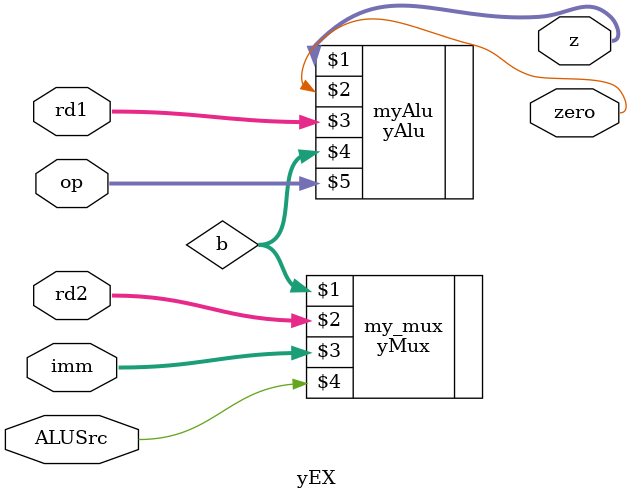
<source format=v>
module yEX(z, zero, rd1, rd2, imm, op, ALUSrc);
output [31:0] z;
output zero;
input [31:0] rd1, rd2, imm;
input [2:0] op;
input ALUSrc;
wire [31:0] b;

yMux #(32) my_mux(b, rd2, imm, ALUSrc);
yAlu myAlu(z, zero, rd1, b, op);

endmodule
</source>
